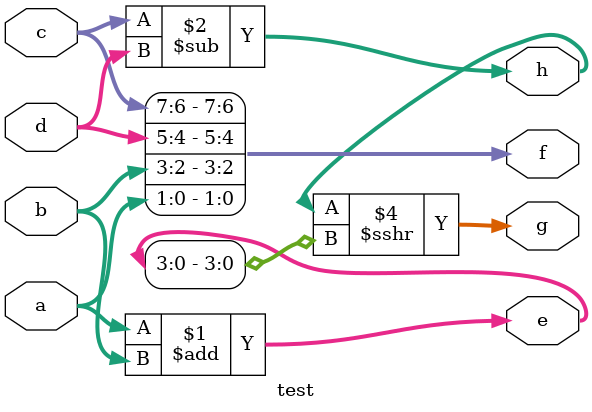
<source format=v>
/*
 * Copyright 2018 ISP RAS (http://www.ispras.ru)
 *
 * Licensed under the Apache License, Version 2.0 (the "License");
 * you may not use this file except in compliance with the License.
 * You may obtain a copy of the License at
 *
 *     http://www.apache.org/licenses/LICENSE-2.0
 *
 * Unless required by applicable law or agreed to in writing, software
 * distributed under the License is distributed on an "AS IS" BASIS,
 * WITHOUT WARRANTIES OR CONDITIONS OF ANY KIND, either express or implied.
 * See the License for the specific language governing permissions and
 * limitations under the License.
 */

// IEEE Std 1364-2005
//   4. Data types
//     4.5 Implicit declarations
//       If an identifier is used in a port expression declaration, then an implicit net of default net type shall
//       be assumed, with the vector width of the port expression declaration. See 12.3.3 for a discussion of
//       port expression declarations.

module test(a,b,c,d,e,f,g,h);
  // From 12.3.3
  input [7:0] a; // no explicit declaration - net is unsigned
  input [7:0] b;
  input signed [7:0] c;
  input signed [7:0] d; // no explicit net declaration - net is signed
  output [7:0] e; // no explicit declaration - net is unsigned
  output [7:0] f;
  output signed [7:0] g;
  output signed [7:0] h; // no explicit net declaration - net is signed

  wire signed [7:0] b; // port b inherits signed attribute from net decl.
  wire [7:0] c; // net c inherits signed attribute from port
  reg signed [7:0] f; // port f inherits signed attribute from reg decl.
  reg [7:0] g; // reg g inherits signed attribute from port

  assign e = a + b;
  assign h = c - d;

  always @(*) begin
    f = {c[7:6], d[5:4], b[3:2], a[1:0]};
    g = h >>> e[3:0];
  end
endmodule

</source>
